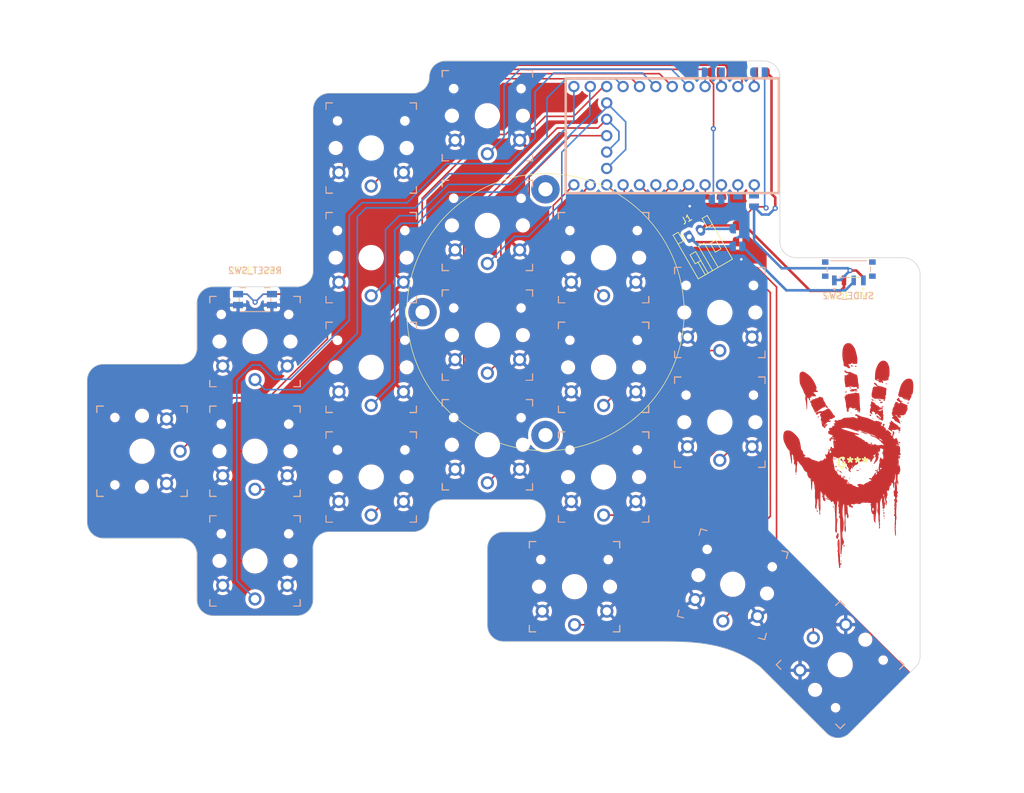
<source format=kicad_pcb>
(kicad_pcb (version 20241229) (generator "pcbnew") (generator_version "9.0")
  (layers (0 "F.Cu" signal) (2 "B.Cu" signal) (13 "F.Paste" user) (15 "B.Paste" user) (5 "F.SilkS" user "F.Silkscreen") (7 "B.SilkS" user "B.Silkscreen") (1 "F.Mask" user) (3 "B.Mask" user) (25 "Edge.Cuts" user))
  (net 0 "")
  (net 1 "Net-(J1-Pin_1)")
  (net 2 "GND")
  (net 3 "BATIN")
  (net 4 "Net-(JP1-B)")
  (net 5 "P1")
  (net 6 "Net-(JP4-B)")
  (net 7 "RESET")
  (net 8 "Net-(JP5-B)")
  (net 9 "Net-(JP7-B)")
  (net 10 "Net-(JP8-B)")
  (net 11 "Net-(JP11-B)")
  (net 12 "Net-(JP12-B)")
  (net 13 "Net-(JP14-B)")
  (net 15 "P12")
  (net 16 "P14")
  (net 17 "P9")
  (net 18 "P19")
  (net 19 "P5")
  (net 20 "P31")
  (net 21 "P10")
  (net 22 "P13")
  (net 23 "P6")
  (net 24 "P16")
  (net 25 "P7")
  (net 26 "P33")
  (net 27 "P15")
  (net 28 "P32")
  (net 29 "P17")
  (net 30 "P8")
  (net 31 "P11")
  (net 32 "P18")
  (net 33 "P20")
  (net 34 "Net-(J1-Pin_2)")
  (net 35 "Net-(JP10-B)")
  (net 37 "Net-(JP3-B)")
  (footprint "footprints:SW_PG1350_reversible" (layer "F.Cu") (at 82 96)
    (property "Reference" "SW3")
    (property "Value" "SW_Push" (hide yes))
  )
  (footprint "footprints:SW_PG1350_reversible" (layer "F.Cu") (at 100 66)
    (property "Reference" "SW1")
    (property "Value" "SW_Push" (hide yes))
  )
  (footprint "footprints:SW_PG1350_reversible" (layer "F.Cu") (at 100 100)
    (property "Reference" "SW10")
    (property "Value" "SW_Push" (hide yes))
  )
  (footprint "footprints:SplitkbTentingPuck" (layer "F.Cu") (at 127 91.45)
    (property "Reference" "REF**" (hide yes))
    (property "Value" "Tenting Puck" (hide yes))
  )
  (footprint "footprints:Jumper_Open_0.8mm" (layer "F.Cu") (at 159.35 73.93 90)
    (property "Reference" "JP9" (hide yes))
    (property "Value" "Jumper_2_Open" (hide yes))
  )
  (footprint "footprints:SW_PG1350_reversible" (layer "F.Cu") (at 154 91.5)
    (property "Reference" "SW7")
    (property "Value" "SW_Push" (hide yes))
  )
  (footprint "footprints:SW_PG1350_reversible" (layer "F.Cu") (at 154 108.5)
    (property "Reference" "SW13")
    (property "Value" "SW_Push" (hide yes))
  )
  (footprint "footprints:handprint" (layer "F.Cu") (at 174.59 114.82)
    (property "Reference" "G***")
    (property "Value" "LOGO" (hide yes))
  )
  (footprint "footprints:SW_PG1350_reversible" (layer "F.Cu") (at 136 83)
    (property "Reference" "SW6")
    (property "Value" "SW_Push" (hide yes))
  )
  (footprint "footprints:SW_PG1350_reversible" (layer "F.Cu") (at 118 78)
    (property "Reference" "SW5")
    (property "Value" "SW_Push" (hide yes))
  )
  (footprint "footprints:Jumper_Open_0.5mm" (layer "F.Cu") (at 157.25 80.5)
    (property "Reference" "JP16" (hide yes))
    (property "Value" "Jumper_2_Open" (hide yes))
  )
  (footprint "footprints:nice_nano" (layer "F.Cu") (at 145.37 64.09 180)
    (property "Reference" "U1" (hide yes))
    (property "Value" "nice_nano" (hide yes))
  )
  (footprint "footprints:Panasonic_EVQPUL_EVQPUC" (layer "F.Cu") (at 82 89.5)
    (property "Reference" "RESET_SW1")
    (property "Value" "SW_Push")
  )
  (footprint "footprints:SW_PG1350_reversible" (layer "F.Cu") (at 136 117)
    (property "Reference" "SW17")
    (property "Value" "SW_Push" (hide yes))
  )
  (footprint "footprints:Jumper_Open_0.5mm" (layer "F.Cu") (at 157.25 78)
    (property "Reference" "JP10" (hide yes))
    (property "Value" "Jumper_2_Open" (hide yes))
  )
  (footprint "footprints:Jumper_Open_0.5mm" (layer "F.Cu") (at 153.28 54.25)
    (property "Reference" "JP5" (hide yes))
    (property "Value" "Jumper_2_Open" (hide yes))
  )
  (footprint "footprints:SW_PG1350_reversible" (layer "F.Cu") (at 136 100)
    (property "Reference" "SW12")
    (property "Value" "SW_Push" (hide yes))
  )
  (footprint "footprints:Jumper_Open_0.5mm" (layer "F.Cu") (at 156.69 54.25)
    (property "Reference" "JP4" (hide yes))
    (property "Value" "Jumper_2_Open" (hide yes))
  )
  (footprint "footprints:SW_PG1350_reversible" (layer "F.Cu") (at 82 113)
    (property "Reference" "SW9")
    (property "Value" "SW_Push" (hide yes))
  )
  (footprint "footprints:SW_PG1350_reversible" (layer "F.Cu") (at 100 117)
    (property "Reference" "SW15")
    (property "Value" "SW_Push" (hide yes))
  )
  (footprint "footprints:SW_SSSS811101" (layer "F.Cu") (at 173.99 84.77 180)
    (property "Reference" "SLIDE_SW1")
    (property "Value" "SW_SPDT")
  )
  (footprint "footprints:SW_PG1350_reversible" (layer "F.Cu") (at 82 130)
    (property "Reference" "SW14")
    (property "Value" "SW_Push" (hide yes))
  )
  (footprint "footprints:Jumper_Open_0.5mm" (layer "F.Cu") (at 154.27 74.26 90)
    (property "Reference" "JP13" (hide yes))
    (property "Value" "Jumper_2_Open" (hide yes))
  )
  (footprint "footprints:SW_PG1350_reversible" (layer "F.Cu") (at 156 133.623577 -15)
    (property "Reference" "SW19")
    (property "Value" "SW_Push" (hide yes))
  )
  (footprint "footprints:SW_PG1350_reversible" (layer "F.Cu") (at 118 95)
    (property "Reference" "SW11")
    (property "Value" "SW_Push" (hide yes))
  )
  (footprint "footprints:SW_PG1350_reversible" (layer "F.Cu") (at 100 83)
    (property "Reference" "SW4")
    (property "Value" "SW_Push" (hide yes))
  )
  (footprint "footprints:Jumper_Open_0.8mm" (layer "F.Cu") (at 160.04 54.21 180)
    (property "Reference" "JP1" (hide yes))
    (property "Value" "Jumper_2_Open" (hide yes))
  )
  (footprint "footprints:SW_PG1350_reversible" (layer "F.Cu") (at 118 61)
    (property "Reference" "SW2")
    (property "Value" "SW_Push" (hide yes))
  )
  (footprint "footprints:SW_PG1350_reversible" (layer "F.Cu") (at 172.65254 146.101472 -135)
    (property "Reference" "SW20")
    (property "Value" "SW_Push" (hide yes))
  )
  (footprint "footprints:SW_PG1350_reversible_1.5U" (layer "F.Cu") (at 64.5 113 90)
    (property "Reference" "SW8")
    (property "Value" "SW_Push")
  )
  (footprint "Connector_JST:JST_PH_S2B-PH-K_1x02_P2.00mm_Horizontal" (layer "F.Cu") (at 149.26795 79.75 30)
    (property "Reference" "J1")
    (property "Value" "JST connector" (hide yes))
  )
  (footprint "footprints:SW_PG1350_reversible" (layer "F.Cu") (at 118 112)
    (property "Reference" "SW16")
    (property "Value" "SW_Push" (hide yes))
  )
  (footprint "footprints:Jumper_Open_0.5mm" (layer "F.Cu") (at 151.76 74.25 90)
    (property "Reference" "JP14" (hide yes))
    (property "Value" "Jumper_2_Open" (hide yes))
  )
  (footprint "footprints:SW_PG1350_reversible_1.5U" (layer "F.Cu") (at 131.5 134)
    (property "Reference" "SW18")
    (property "Value" "SW_Push")
  )
  (footprint "footprints:Jumper_Open_0.8mm" (layer "B.Cu") (at 159.8 54.3 180)
    (property "Reference" "JP2" (hide yes))
    (property "Value" "Jumper_2_Open" (hide yes))
  )
  (footprint "footprints:Jumper_Open_0.8mm" (layer "B.Cu") (at 159.26 73.93 90)
    (property "Reference" "JP8" (hide yes))
    (property "Value" "Jumper_2_Open" (hide yes))
  )
  (footprint "footprints:Jumper_Open_0.5mm" (layer "B.Cu") (at 155.03 54.26 180)
    (property "Reference" "JP6" (hide yes))
    (property "Value" "Jumper_2_Open" (hide yes))
  )
  (footprint "footprints:Jumper_Open_0.5mm" (layer "B.Cu") (at 150.96 54.26)
    (property "Reference" "JP7" (hide yes))
    (property "Value" "Jumper_2_Open" (hide yes))
  )
  (footprint "footprints:Jumper_Open_0.5mm" (layer "B.Cu") (at 153.5 73.98)
    (property "Reference" "JP12" (hide yes))
    (property "Value" "Jumper_2_Open" (hide yes))
  )
  (footprint "footprints:Jumper_Open_0.5mm" (layer "B.Cu") (at 156.79 74.23 90)
    (property "Reference" "JP11" (hide yes))
    (property "Value" "Jumper_2_Open" (hide yes))
  )
  (footprint "footprints:SW_SSSS811101" (layer "B.Cu") (at 173.99 84.78)
    (property "Reference" "SLIDE_SW2")
    (property "Value" "SW_SPDT")
  )
  (footprint "footprints:Panasonic_EVQPUL_EVQPUC" (layer "B.Cu") (at 82 89.5 180)
    (property "Reference" "RESET_SW2")
    (property "Value" "SW_Push")
  )
  (footprint "footprints:Jumper_Open_0.5mm" (layer "B.Cu") (at 156.75 78.5)
    (property "Reference" "JP15" (hide yes))
    (property "Value" "Jumper_2_Open" (hide yes))
  )
  (footprint "footprints:Jumper_Open_0.5mm" (layer "B.Cu") (at 156.75 81.25)
    (property "Reference" "JP3" (hide yes))
    (property "Value" "Jumper_2_Open" (hide yes))
  )
  (gr_arc (start 118 128) (mid 118.732233 126.232233) (end 120.5 125.5) (stroke (width 0.1)) (layer "Edge.Cuts"))
  (gr_line (start 170.534466 156.71) (end 160.27 146.45) (stroke (width 0.1)) (layer "Edge.Cuts"))
  (gr_line (start 163.3 55) (end 163.31 80.5) (stroke (width 0.1)) (layer "Edge.Cuts"))
  (gr_line (start 174.07 156.709999) (end 184.19 146.59) (stroke (width 0.1)) (layer "Edge.Cuts"))
  (gr_line (start 70.5 126.5) (end 58.5 126.5) (stroke (width 0.1)) (layer "Edge.Cuts"))
  (gr_arc (start 91 60) (mid 91.732233 58.232233) (end 93.5 57.5) (stroke (width 0.1)) (layer "Edge.Cuts"))
  (gr_line (start 56 124) (end 56 102) (stroke (width 0.1)) (layer "Edge.Cuts"))
  (gr_arc (start 91 136) (mid 90.267767 137.767767) (end 88.5 138.5) (stroke (width 0.1)) (layer "Edge.Cuts"))
  (gr_line (start 93.5 57.5) (end 106.5 57.5) (stroke (width 0.1)) (layer "Edge.Cuts"))
  (gr_arc (start 109 123) (mid 108.267767 124.767767) (end 106.5 125.5) (stroke (width 0.1)) (layer "Edge.Cuts"))
  (gr_line (start 118 128) (end 118 140) (stroke (width 0.1)) (layer "Edge.Cuts"))
  (gr_arc (start 91 128) (mid 91.732233 126.232233) (end 93.5 125.5) (stroke (width 0.1)) (layer "Edge.Cuts"))
  (gr_arc (start 75.5 138.5) (mid 73.732233 137.767767) (end 73 136) (stroke (width 0.1)) (layer "Edge.Cuts"))
  (gr_arc (start 120.5 142.5) (mid 118.732233 141.767767) (end 118 140) (stroke (width 0.1)) (layer "Edge.Cuts"))
  (gr_line (start 124.5 125.5) (end 120.5 125.5) (stroke (width 0.1)) (layer "Edge.Cuts"))
  (gr_line (start 91 85) (end 91 60) (stroke (width 0.1)) (layer "Edge.Cuts"))
  (gr_arc (start 109 55) (mid 109.732233 53.232233) (end 111.5 52.5) (stroke (width 0.1)) (layer "Edge.Cuts"))
  (gr_arc (start 185.0305 144.72) (mid 184.810716 145.745102) (end 184.19 146.59) (stroke (width 0.1)) (layer "Edge.Cuts"))
  (gr_line (start 111.5 52.5) (end 160.8 52.5) (stroke (width 0.1)) (layer "Edge.Cuts"))
  (gr_line (start 75.5 87.5) (end 88.5 87.5) (stroke (width 0.1)) (layer "Edge.Cuts"))
  (gr_arc (start 56 102) (mid 56.732233 100.232233) (end 58.5 99.5) (stroke (width 0.1)) (layer "Edge.Cuts"))
  (gr_line (start 73 136) (end 73 129) (stroke (width 0.1)) (layer "Edge.Cuts"))
  (gr_arc (start 109 123) (mid 109.732233 121.232233) (end 111.5 120.5) (stroke (width 0.1)) (layer "Edge.Cuts"))
  (gr_arc (start 174.07 156.71) (mid 172.302233 157.442233) (end 170.534466 156.71) (stroke (width 0.1)) (layer "Edge.Cuts"))
  (gr_arc (start 160.8 52.5) (mid 162.567767 53.232233) (end 163.3 55) (stroke (width 0.1)) (layer "Edge.Cuts"))
  (gr_arc (start 127 123) (mid 126.267767 124.767767) (end 124.5 125.5) (stroke (width 0.1)) (layer "Edge.Cuts"))
  (gr_arc (start 91 85) (mid 90.267767 86.767767) (end 88.5 87.5) (stroke (width 0.1)) (layer "Edge.Cuts"))
  (gr_line (start 93.5 125.5) (end 106.5 125.5) (stroke (width 0.1)) (layer "Edge.Cuts"))
  (gr_arc (start 182.348664 83) (mid 184.243351 83.771538) (end 185.03 85.66) (stroke (width 0.1)) (layer "Edge.Cuts"))
  (gr_line (start 88.5 138.500081) (end 75.5 138.5) (stroke (width 0.1)) (layer "Edge.Cuts"))
  (gr_arc (start 124.5 120.5) (mid 126.267767 121.232233) (end 127 123) (stroke (width 0.1)) (layer "Edge.Cuts"))
  (gr_arc (start 73 90) (mid 73.732233 88.232233) (end 75.5 87.5) (stroke (width 0.1)) (layer "Edge.Cuts"))
  (gr_arc (start 165.81 83) (mid 164.042233 82.267767) (end 163.31 80.5) (stroke (width 0.1)) (layer "Edge.Cuts"))
  (gr_line (start 91 136) (end 91 128) (stroke (width 0.1)) (layer "Edge.Cuts"))
  (gr_arc (start 58.5 126.5) (mid 56.732233 125.767767) (end 56 124) (stroke (width 0.1)) (layer "Edge.Cuts"))
  (gr_line (start 58.5 99.5) (end 70.5 99.5) (stroke (width 0.1)) (layer "Edge.Cuts"))
  (gr_curve (pts (xy 145 142.5) (xy 149.74 142.5) (xy 155.57 142.62) (xy 160.27 146.45)) (stroke (width 0.1)) (layer "Edge.Cuts"))
  (gr_arc (start 109 55) (mid 108.267767 56.767767) (end 106.5 57.5) (stroke (width 0.1)) (layer "Edge.Cuts"))
  (gr_arc (start 70.5 126.5) (mid 72.267767 127.232233) (end 73 129) (stroke (width 0.1)) (layer "Edge.Cuts"))
  (gr_line (start 111.5 120.5) (end 124.5 120.5) (stroke (width 0.1)) (layer "Edge.Cuts"))
  (gr_arc (start 73 97) (mid 72.267767 98.767767) (end 70.5 99.5) (stroke (width 0.1)) (layer "Edge.Cuts"))
  (gr_line (start 73 97) (end 73 90) (stroke (width 0.1)) (layer "Edge.Cuts"))
  (gr_line (start 165.81 83) (end 182.348664 83) (stroke (width 0.1)) (layer "Edge.Cuts"))
  (gr_line (start 120.5 142.5) (end 145 142.5) (stroke (width 0.1)) (layer "Edge.Cuts"))
  (gr_line (start 185.0305 144.72) (end 185.03 85.66) (stroke (width 0.1)) (layer "Edge.Cuts"))
  (segment (start 149.26795 79.75) (end 150.11795 80.6) (width 0.4) (layer "F.Cu") (net 1))
  (segment (start 156.4 80.6) (end 156.5 80.5) (width 0.25) (layer "F.Cu") (net 1))
  (segment (start 150.11795 80.6) (end 156.4 80.6) (width 0.4) (layer "F.Cu") (net 1))
  (segment (start 150.76795 81.25) (end 156 81.25) (width 0.4) (layer "B.Cu") (net 1))
  (segment (start 149.26795 79.75) (end 150.76795 81.25) (width 0.4) (layer "B.Cu") (net 1))
  (segment (start 79.48 90.35) (end 79.5 90.37) (width 0.25) (layer "F.Cu") (net 2))
  (segment (start 95.7269 69.0731) (end 95 69.8) (width 0.25) (layer "F.Cu") (net 2))
  (segment (start 154.899 53.169) (end 113.061 53.169) (width 0.25) (layer "F.Cu") (net 2))
  (segment (start 113.061 53.169) (end 106.92 59.31) (width 0.25) (layer "F.Cu") (net 2))
  (segment (start 79.5 90.37) (end 79.52 90.35) (width 0.25) (layer "F.Cu") (net 2))
  (segment (start 157.39 83.2) (end 157.33 83.26) (width 0.25) (layer "F.Cu") (net 2))
  (segment (start 155.95 54.22) (end 154.899 53.169) (width 0.25) (layer "F.Cu") (net 2))
  (segment (start 155.94 54.23) (end 155.95 54.22) (width 0.25) (layer "F.Cu") (net 2))
  (segment (start 79.375 90.35) (end 79.48 90.35) (width 0.25) (layer "F.Cu") (net 2))
  (segment (start 155.94 54.25) (end 155.94 54.23) (width 0.25) (layer "F.Cu") (net 2))
  (segment (start 95.7269 65.491801) (end 95.7269 69.0731) (width 0.25) (layer "F.Cu") (net 2))
  (segment (start 106.92 59.31) (end 101.908701 59.31) (width 0.25) (layer "F.Cu") (net 2))
  (segment (start 101.908701 59.31) (end 95.7269 65.491801) (width 0.25) (layer "F.Cu") (net 2))
  (via (at 157.33 83.26) (size 0.8) (drill 0.4) (layers "F.Cu" "B.Cu") (net 2))
  (via (at 149.34 75.02) (size 0.8) (drill 0.4) (layers "F.Cu" "B.Cu") (net 2))
  (segment (start 113.7269 64.0731) (end 113 64.8) (width 0.25) (layer "B.Cu") (net 2))
  (segment (start 175.15 84.99) (end 176.16 86) (width 0.4) (layer "F.Cu") (net 3))
  (segment (start 162.01 73.1) (end 162.01 55.04) (width 0.4) (layer "F.Cu") (net 3))
  (segment (start 162.59 73.68) (end 162.01 73.1) (width 0.4) (layer "F.Cu") (net 3))
  (segment (start 162.58 75.34) (end 162.59 75.33) (width 0.25) (layer "F.Cu") (net 3))
  (segment (start 162.01 55.04) (end 161.23 54.26) (width 0.4) (layer "F.Cu") (net 3))
  (segment (start 174.18 84.99) (end 175.15 84.99) (width 0.4) (layer "F.Cu") (net 3))
  (segment (start 162.58 75.34) (end 162.58 75.52328) (width 0.25) (layer "F.Cu") (net 3))
  (segment (start 162.58 75.52328) (end 162.613313 75.556593) (width 0.25) (layer "F.Cu") (net 3))
  (segment (start 162.59 75.33) (end 162.59 73.68) (width 0.4) (layer "F.Cu") (net 3))
  (via (at 174.18 84.99) (size 0.8) (drill 0.4) (layers "F.Cu" "B.Cu") (net 3))
  (via (at 162.58 75.34) (size 0.8) (drill 0.4) (layers "F.Cu" "B.Cu") (net 3))
  (segment (start 162.58 75.547644) (end 162.677191 75.644835) (width 0.25) (layer "B.Cu") (net 3))
  (segment (start 159.31 75.12) (end 159.31 80.36) (width 0.4) (layer "B.Cu") (net 3))
  (segment (start 172.71 86.46) (end 174.18 84.99) (width 0.4) (layer "B.Cu") (net 3))
  (segment (start 174.14 84.95) (end 174.18 84.99) (width 0.25) (layer "B.Cu") (net 3))
  (segment (start 172.04 86.46) (end 172.71 86.46) (width 0.4) (layer "B.Cu") (net 3))
  (segment (start 160.5 76.31) (end 161.61 76.31) (width 0.4) (layer "B.Cu") (net 3))
  (segment (start 159.746013 75.481013) (end 159.385 75.12) (width 0.25) (layer "B.Cu") (net 3))
  (segment (start 173.83 84.64) (end 174.14 84.95) (width 0.4) (layer "B.Cu") (net 3))
  (segment (start 159.31 80.36) (end 163.59 84.64) (width 0.4) (layer "B.Cu") (net 3))
  (segment (start 171.75 86.75) (end 172.04 86.46) (width 0.4) (layer "B.Cu") (net 3))
  (segment (start 159.385 75.12) (end 159.31 75.12) (width 0.25) (layer "B.Cu") (net 3))
  (segment (start 162.58 75.34) (end 162.58 75.547644) (width 0.25) (layer "B.Cu") (net 3))
  (segment (start 161.61 76.31) (end 162.58 75.34) (width 0.4) (layer "B.Cu") (net 3))
  (segment (start 159.31 75.12) (end 160.5 76.31) (width 0.4) (layer "B.Cu") (net 3))
  (segment (start 163.59 84.64) (end 173.83 84.64) (width 0.4) (layer "B.Cu") (net 3))
  (segment (start 159.34 56.47) (end 159.34 54.35) (width 0.25) (layer "F.Cu") (net 4))
  (segment (start 159.34 54.35) (end 159.43 54.26) (width 0.25) (layer "F.Cu") (net 4))
  (segment (start 159.19 54.25) (end 159.19 56.32) (width 0.25) (layer "B.Cu") (net 4))
  (segment (start 159.19 56.32) (end 159.34 56.47) (width 0.25) (layer "B.Cu") (net 4))
  (segment (start 149.28 76.46) (end 157.96 76.46) (width 0.25) (layer "F.Cu") (net 5))
  (segment (start 147.74 78) (end 149.28 76.46) (width 0.25) (layer "F.Cu") (net 5))
  (segment (start 161.17 75.3) (end 161.17 75.503227) (width 0.25) (layer "F.Cu") (net 5))
  (segment (start 162.79 129.24) (end 162.79 87.54) (width 0.25) (layer "F.Cu") (net 5))
  (segment (start 168.48061 141.929542) (end 168.48061 134.93061) (width 0.25) (layer "F.Cu") (net 5))
  (segment (start 160.786773 75.12) (end 159.3 75.12) (width 0.25) (layer "F.Cu") (net 5))
  (segment (start 157.96 76.46) (end 159.3 75.12) (width 0.25) (layer "F.Cu") (net 5))
  (segment (start 162.79 87.54) (end 159.79 84.54) (width 0.25) (layer "F.Cu") (net 5))
  (segment (start 152.12 84.54) (end 147.74 80.16) (width 0.25) (layer "F.Cu") (net 5))
  (segment (start 168.48061 134.93061) (end 162.79 129.24) (width 0.25) (layer "F.Cu") (net 5))
  (segment (start 161.17 75.503227) (end 160.786773 75.12) (width 0.25) (layer "F.Cu") (net 5))
  (segment (start 159.79 84.54) (end 152.12 84.54) (width 0.25) (layer "F.Cu") (net 5))
  (segment (start 147.74 80.16) (end 147.74 78) (width 0.25) (layer "F.Cu") (net 5))
  (via (at 161.17 75.3) (size 0.8) (drill 0.4) (layers "F.Cu" "B.Cu") (net 5))
  (segment (start 160.95 53.62) (end 160.95 75.08) (width 0.25) (layer "B.Cu") (net 5))
  (segment (start 161.17 75.3) (end 161.373227 75.3) (width 0.25) (layer "B.Cu") (net 5))
  (segment (start 160.95 75.08) (end 161.17 75.3) (width 0.25) (layer "B.Cu") (net 5))
  (segment (start 157.44 55.83) (end 156.8 56.47) (width 0.25) (layer "F.Cu") (net 6))
  (segment (start 157.44 54.25) (end 157.44 55.83) (width 0.25) (layer "F.Cu") (net 6))
  (segment (start 83.27 88.65) (end 82.02 89.9) (width 0.25) (layer "F.Cu") (net 7))
  (segment (start 152.53 54.25) (end 152.09 53.81) (width 0.25) (layer "F.Cu") (net 7))
  (segment (start 80.77 88.65) (end 82.02 89.9) (width 0.25) (layer "F.Cu") (net 7))
  (segment (start 153.035 56.095) (end 153.035 62.985) (width 0.25) (layer "F.Cu") (net 7))
  (segment (start 79.375 88.65) (end 80.77 88.65) (width 0.25) (layer "F.Cu") (net 7))
  (segment (start 152.52 54.26) (end 152.52 55.569691) (width 0.25) (layer "F.Cu") (net 7))
  (segment (start 97.37 65.5) (end 97.37 69.91) (width 0.25) (layer "F.Cu") (net 7))
  (segment (start 153.035 62.985) (end 153.01 63.01) (width 0.25) (layer "F.Cu") (net 7))
  (segment (start 97.37 69.91) (end 92.01 75.27) (width 0.25) (layer "F.Cu") (net 7))
  (segment (start 152.53 54.25) (end 152.52 54.26) (width 0.25) (layer "F.Cu") (net 7))
  (segment (start 107.86 60.44) (end 102.43 60.44) (width 0.25) (layer "F.Cu") (net 7))
  (segment (start 152.09 53.81) (end 114.49 53.81) (width 0.25) (layer "F.Cu") (net 7))
  (segment (start 152.52 55.569691) (end 152.9223 55.971991) (width 0.25) (layer "F.Cu") (net 7))
  (segment (start 152.9223 55.971991) (end 152.9223 55.9823) (width 0.25) (layer "F.Cu") (net 7))
  (segment (start 152.9223 55.9823) (end 153.035 56.095) (width 0.25) (layer "F.Cu") (net 7))
  (segment (start 102.43 60.44) (end 97.37 65.5) (width 0.25) (layer "F.Cu") (net 7))
  (segment (start 114.49 53.81) (end 107.86 60.44) (width 0.25) (layer "F.Cu") (net 7))
  (segment (start 92.01 87.43) (end 90.79 88.65) (width 0.25) (layer "F.Cu") (net 7))
  (segment (start 84.625 88.65) (end 83.27 88.65) (width 0.25) (layer "F.Cu") (net 7))
  (segment (start 90.79 88.65) (end 84.625 88.65) (width 0.25) (layer "F.Cu") (net 7))
  (segment (start 92.01 75.27) (end 92.01 87.43) (width 0.25) (layer "F.Cu") (net 7))
  (via (at 153.01 63.01) (size 0.8) (drill 0.4) (layers "F.Cu" "B.Cu") (net 7))
  (via (at 82.02 89.9) (size 0.8) (drill 0.4) (layers "F.Cu" "B.Cu") (net 7))
  (segment (start 83.27 88.65) (end 82.02 89.9) (width 0.25) (layer "B.Cu") (net 7))
  (segment (start 84.625 88.65) (end 83.27 88.65) (width 0.25) (layer "B.Cu") (net 7))
  (segment (start 153.01 73.72) (end 153.01 63.01) (width 0.25) (layer "B.Cu") (net 7))
  (segment (start 152.75 73.98) (end 153.01 73.72) (width 0.25) (layer "B.Cu") (net 7))
  (segment (start 80.77 88.65) (end 82.02 89.9) (width 0.25) (layer "B.Cu") (net 7))
  (segment (start 79.375 88.65) (end 80.77 88.65) (width 0.25) (layer "B.Cu") (net 7))
  (segment (start 154.03 56.24) (end 154.26 56.47) (width 0.25) (layer "F.Cu") (net 8))
  (segment (start 154.03 54.25) (end 154.03 56.24) (width 0.25) (layer "F.Cu") (net 8))
  (segment (start 154.26 54.28) (end 154.28 54.26) (width 0.25) (layer "B.Cu") (net 8))
  (segment (start 154.26 56.47) (end 154.26 54.28) (width 0.25) (layer "B.Cu") (net 8))
  (segment (start 151.72 54.27) (end 151.71 54.26) (width 0.25) (layer "B.Cu") (net 9))
  (segment (start 151.72 56.47) (end 151.72 54.27) (width 0.25) (layer "B.Cu") (net 9))
  (segment (start 159.34 73.28) (end 159.3 73.32) (width 0.25) (layer "F.Cu") (net 10))
  (segment (start 159.34 71.71) (end 159.34 73.28) (width 0.25) (layer "F.Cu") (net 10))
  (segment (start 159.31 73.32) (end 159.31 71.74) (width 0.25) (layer "B.Cu") (net 10))
  (segment (start 159.31 71.74) (end 159.34 71.71) (width 0.25) (layer "B.Cu") (net 10))
  (segment (start 156.79 73.48) (end 156.79 71.72) (width 0.25) (layer "B.Cu") (net 11))
  (segment (start 156.79 71.72) (end 156.8 71.71) (width 0.25) (layer "B.Cu") (net 11))
  (segment (start 154.33 71.71) (end 154.27 71.77) (width 0.25) (layer "F.Cu") (net 12))
  (segment (start 154.27 71.77) (end 154.27 73.51) (width 0.25) (layer "F.Cu") (net 12))
  (segment (start 154.26 71.71) (end 154.33 71.71) (width 0.25) (layer "F.Cu") (net 12))
  (segment (start 154.25 71.72) (end 154.26 71.71) (width 0.25) (layer "B.Cu") (net 12))
  (segment (start 154.25 73.98) (end 154.25 71.72) (width 0.25) (layer "B.Cu") (net 12))
  (segment (start 151.76 71.83) (end 151.76 73.5) (width 0.25) (layer "F.Cu") (net 13))
  (segment (start 151.72 71.71) (end 151.72 71.79) (width 0.25) (layer "F.Cu") (net 13))
  (segment (start 151.72 71.79) (end 151.76 71.83) (width 0.25) (layer "F.Cu") (net 13))
  (segment (start 100 89.02) (end 100.03 89.05) (width 0.25) (layer "B.Cu") (net 15))
  (segment (start 104.36 76.5) (end 107.1 76.5) (width 0.25) (layer "B.Cu") (net 15))
  (segment (start 107.1 76.5) (end 111.95 71.65) (width 0.25) (layer "B.Cu") (net 15))
  (segment (start 121.46 71.65) (end 131.4 61.71) (width 0.25) (layer "B.Cu") (net 15))
  (segment (start 102.22 78.64) (end 104.36 76.5) (width 0.25) (layer "B.Cu") (net 15))
  (segment (start 111.95 71.65) (end 121.46 71.65) (width 0.25) (layer "B.Cu") (net 15))
  (segment (start 131.4 61.71) (end 131.4 56.47) (width 0.25) (layer "B.Cu") (net 15))
  (segment (start 100.03 89.05) (end 102.22 86.86) (width 0.25) (layer "B.Cu") (net 15))
  (segment (start 102.22 86.86) (end 102.22 78.64) (width 0.25) (layer "B.Cu") (net 15))
  (segment (start 100 88.9) (end 100 89.02) (width 0.25) (layer "B.Cu") (net 15))
  (segment (start 133.94 71.71) (end 133.0637 72.5863) (width 0.25) (layer "F.Cu") (net 16))
  (segment (start 133.0637 72.5863) (end 133.0637 85.9637) (width 0.25) (layer "F.Cu") (net 16))
  (segment (start 133.0637 85.9637) (end 136 88.9) (width 0.25) (layer "F.Cu") (net 16))
  (segment (start 130.899691 55.27) (end 130.901991 55.2677) (width 0.25) (layer "B.Cu") (net 17))
  (segment (start 133.439691 55.27) (end 133.441991 55.2677) (width 0.25) (layer "B.Cu") (net 17))
  (segment (start 133.441991 55.2677) (end 134.438009 55.2677) (width 0.25) (layer "B.Cu") (net 17))
  (segment (start 134.438009 55.2677) (end 134.440309 55.27) (width 0.25) (layer "B.Cu") (net 17))
  (segment (start 136.980309 55.27) (end 137.82 55.27) (width 0.25) (layer "B.Cu") (net 17))
  (segment (start 130.901991 55.2677) (end 131.898009 55.2677) (width 0.25) (layer "B.Cu") (net 17))
  (segment (start 97.85 94.73) (end 97.85 76.65) (width 0.25) (layer "B.Cu") (net 17))
  (segment (start 89.13 103.45) (end 97.85 94.73) (width 0.25) (layer "B.Cu") (net 17))
  (segment (start 136.978009 55.2677) (end 136.980309 55.27) (width 0.25) (layer "B.Cu") (net 17))
  (segment (start 83.55 103.45) (end 89.13 103.45) (width 0.25) (layer "B.Cu") (net 17))
  (segment (start 134.440309 55.27) (end 135.979691 55.27) (width 0.25) (layer "B.Cu") (net 17))
  (segment (start 97.85 76.65) (end 99.22 75.28) (width 0.25) (layer "B.Cu") (net 17))
  (segment (start 121.63 69.98) (end 127.24 64.37) (width 0.25) (layer "B.Cu") (net 17))
  (segment (start 99.22 75.28) (end 106.79 75.28) (width 0.25) (layer "B.Cu") (net 17))
  (segment (start 135.979691 55.27) (end 135.981991 55.2677) (width 0.25) (layer "B.Cu") (net 17))
  (segment (start 112.09 69.98) (end 121.63 69.98) (width 0.25) (layer "B.Cu") (net 17))
  (segment (start 130.2 55.27) (end 130.899691 55.27) (width 0.25) (layer "B.Cu") (net 17))
  (segment (start 135.981991 55.2677) (end 136.978009 55.2677) (width 0.25) (layer "B.Cu") (net 17))
  (segment (start 127.24 58.23) (end 130.2 55.27) (width 0.25) (layer "B.Cu") (net 17))
  (segment (start 82 101.9) (end 83.55 103.45) (width 0.25) (layer "B.Cu") (net 17))
  (segment (start 127.24 64.37) (end 127.24 58.23) (width 0.25) (layer "B.Cu") (net 17))
  (segment (start 131.900309 55.27) (end 133.439691 55.27) (width 0.25) (layer "B.Cu") (net 17))
  (segment (start 131.898009 55.2677) (end 131.900309 55.27) (width 0.25) (layer "B.Cu") (net 17))
  (segment (start 137.82 55.27) (end 139.02 56.47) (width 0.25) (layer "B.Cu") (net 17))
  (segment (start 106.79 75.28) (end 112.09 69.98) (width 0.25) (layer "B.Cu") (net 17))
  (segment (start 161.09 90.95) (end 161.09 116.24) (width 0.25) (layer "F.Cu") (net 18))
  (segment (start 145.68 81.49) (end 150.53 86.34) (width 0.25) (layer "F.Cu") (net 18))
  (segment (start 137.43 139.9) (end 131.5 139.9) (width 0.25) (layer "F.Cu") (net 18))
  (segment (start 161.09 116.24) (end 137.43 139.9) (width 0.25) (layer "F.Cu") (net 18))
  (segment (start 145.68 72.67) (end 145.68 81.49) (width 0.25) (layer "F.Cu") (net 18))
  (segment (start 156.48 86.34) (end 161.09 90.95) (width 0.25) (layer "F.Cu") (net 18))
  (segment (start 146.64 71.71) (end 145.68 72.67) (width 0.25) (layer "F.Cu") (net 18))
  (segment (start 150.53 86.34) (end 156.48 86.34) (width 0.25) (layer "F.Cu") (net 18))
  (segment (start 120.58 56.29) (end 120.58 64.32) (width 0.25) (layer "B.Cu") (net 19))
  (segment (start 123.11 53.76) (end 120.58 56.29) (width 0.25) (layer "B.Cu") (net 19))
  (segment (start 149.18 56.47) (end 146.47 53.76) (width 0.25) (layer "B.Cu") (net 19))
  (segment (start 120.58 64.32) (end 118 66.9) (width 0.25) (layer "B.Cu") (net 19))
  (segment (start 146.47 53.76) (end 123.11 53.76) (width 0.25) (layer "B.Cu") (net 19))
  (segment (start 136.48 59.7) (end 129.526 66.654) (width 0.25) (layer "B.Cu") (net 20))
  (segment (start 122.2 79.7) (end 118 83.9) (width 0.25) (layer "B.Cu") (net 20))
  (segment (start 139.42 66.23) (end 136.48 69.17) (width 0.25) (layer "B.Cu") (net 20))
  (segment (start 124.313875 79.7) (end 122.2 79.7) (width 0.25) (layer "B.Cu") (net 20))
  (segment (start 136.48 59.01) (end 136.48 59.7) (width 0.25) (layer "B.Cu") (net 20))
  (segment (start 136.48 59.01) (end 139.42 61.95) (width 0.25) (layer "B.Cu") (net 20))
  (segment (start 129.526 66.654) (end 129.526 74.487875) (width 0.25) (layer "B.Cu") (net 20))
  (segment (start 139.42 61.95) (end 139.42 66.23) (width 0.25) (layer "B.Cu") (net 20))
  (segment (start 129.526 74.487875) (end 124.313875 79.7) (width 0.25) (layer "B.Cu") (net 20))
  (segment (start 117.79 63.91) (end 120.81 63.91) (width 0.25) (layer "F.Cu") (net 21))
  (segment (start 107.9 87.318702) (end 107.9 73.8) (width 0.25) (layer "F.Cu") (net 21))
  (segment (start 121.7 63.02) (end 125.05 63.02) (width 0.25) (layer "F.Cu") (net 21))
  (segment (start 126.971 61.099) (end 131.361 61.099) (width 0.25) (layer "F.Cu") (net 21))
  (segment (start 92.5 103.99) (end 97.539351 98.950649) (width 0.25) (layer "F.Cu") (net 21))
  (segment (start 97.539351 98.950649) (end 97.539351 97.679351) (width 0.25) (layer "F.Cu") (net 21))
  (segment (start 125.05 63.02) (end 126.971 61.099) (width 0.25) (layer "F.Cu") (net 21))
  (segment (start 89.24 118.94) (end 92.5 115.68) (width 0.25) (layer "F.Cu") (net 21))
  (segment (start 135.99 56.47) (end 136.48 56.47) (width 0.25) (layer "F.Cu") (net 21))
  (segment (start 82 118.9) (end 82.07 118.9) (width 0.25) (layer "F.Cu") (net 21))
  (segment (start 120.81 63.91) (end 121.7 63.02) (width 0.25) (layer "F.Cu") (net 21))
  (segment (start 97.539351 97.679351) (end 107.9 87.318702) (width 0.25) (layer "F.Cu") (net 21))
  (segment (start 92.5 115.68) (end 92.5 103.99) (width 0.25) (layer "F.Cu") (net 21))
  (segment (start 131.361 61.099) (end 135.99 56.47) (width 0.25) (layer "F.Cu") (net 21))
  (segment (start 107.9 73.8) (end 117.79 63.91) (width 0.25) (layer "F.Cu") (net 21))
  (segment (start 82.07 118.9) (end 82.11 118.94) (width 0.25) (layer "F.Cu") (net 21))
  (segment (start 82.11 118.94) (end 89.24 118.94) (width 0.25) (layer "F.Cu") (net 21))
  (segment (start 128.2 74.91) (end 128.2 104.54) (width 0.25) (layer "F.Cu") (net 22))
  (segment (start 128.2 104.54) (end 120.6 112.14) (width 0.25) (layer "F.Cu") (net 22))
  (segment (start 120.6 115.3) (end 118 117.9) (width 0.25) (layer "F.Cu") (net 22))
  (segment (start 131.4 71.71) (end 128.2 74.91) (width 0.25) (layer "F.Cu") (net 22))
  (segment (start 120.6 112.14) (end 120.6 115.3) (width 0.25) (layer "F.Cu") (net 22))
  (segment (start 109.34 61.47) (end 107.92 61.47) (width 0.25) (layer "F.Cu") (net 23))
  (segment (start 84.09 104.73) (end 78.67 104.73) (width 0.25) (layer "F.Cu") (net 23))
  (segment (start 144.65 54.48) (end 116.33 54.48) (width 0.25) (layer "F.Cu") (net 23))
  (segment (start 113.6513 57.1587) (end 113.6513 57.160904) (width 0.25) (layer "F.Cu") (net 23))
  (segment (start 93.22 95.6) (end 84.09 104.73) (width 0.25) (layer "F.Cu") (net 23))
  (segment (start 78.67 104.73) (end 70.4 113) (width 0.25) (layer "F.Cu") (net 23))
  (segment (start 116.33 54.48) (end 113.6513 57.1587) (width 0.25) (layer "F.Cu") (net 23))
  (segment (start 146.64 56.47) (end 144.65 54.48) (width 0.25) (layer "F.Cu") (net 23))
  (segment (start 113.140904 57.6713) (end 113.1387 57.6713) (width 0.25) (layer "F.Cu") (net 23))
  (segment (start 113.1387 57.6713) (end 109.34 61.47) (width 0.25) (layer "F.Cu") (net 23))
  (segment (start 113.6513 57.160904) (end 113.140904 57.6713) (width 0.25) (layer "F.Cu") (net 23))
  (segment (start 107.92 61.47) (end 93.22 76.17) (width 0.25) (layer "F.Cu") (net 23))
  (segment (start 93.22 76.17) (end 93.22 95.6) (width 0.25) (layer "F.Cu") (net 23))
  (segment (start 147.68 97.4) (end 139.19 88.91) (width 0.25) (layer "F.Cu") (net 24))
  (segment (start 139.19 71.88) (end 139.02 71.71) (width 0.25) (layer "F.Cu") (net 24))
  (segment (start 139.19 88.91) (end 139.19 71.88) (width 0.25) (layer "F.Cu") (net 24))
  (segment (start 154 97.4) (end 147.68 97.4) (width 0.25) (layer "F.Cu") (net 24))
  (segment (start 84.92 101.85) (end 87.48 101.85) (width 0.25) (layer "B.Cu") (net 25))
  (segment (start 79.18 133.08) (end 79.18 102.03) (width 0.25) (layer "B.Cu") (net 25))
  (segment (start 111.63 68.43) (end 121.43 68.43) (width 0.25) (layer "B.Cu") (net 25))
  (segment (start 98.571 74.489) (end 105.571 74.489) (width 0.25) (layer "B.Cu") (net 25))
  (segment (start 79.18 102.03) (end 81.57 99.64) (width 0.25) (layer "B.Cu") (net 25))
  (segment (start 125.39 57.26) (end 128.27 54.38) (width 0.25) (layer "B.Cu") (net 25))
  (segment (start 96.6 92.73) (end 96.6 76.46) (width 0.25) (layer "B.Cu") (net 25))
  (segment (start 125.39 64.47) (end 125.39 57.26) (width 0.25) (layer "B.Cu") (net 25))
  (segment (start 121.43 68.43) (end 125.39 64.47) (width 0.25) (layer "B.Cu") (net 25))
  (segment (start 87.48 101.85) (end 96.6 92.73) (width 0.25) (layer "B.Cu") (net 25))
  (segment (start 81.57 99.64) (end 82.71 99.64) (width 0.25) (layer "B.Cu") (net 25))
  (segment (start 82 135.9) (end 79.18 133.08) (width 0.25) (layer "B.Cu") (net 25))
  (segment (start 105.571 74.489) (end 111.63 68.43) (width 0.25) (layer "B.Cu") (net 25))
  (segment (start 82.71 99.64) (end 84.92 101.85) (width 0.25) (layer "B.Cu") (net 25))
  (segment (start 96.6 76.46) (end 98.571 74.489) (width 0.25) (layer "B.Cu") (net 25))
  (segment (start 128.27 54.38) (end 142.01 54.38) (width 0.25) (layer "B.Cu") (net 25))
  (segment (start 142.01 54.38) (end 144.1 56.47) (width 0.25) (layer "B.Cu") (net 25))
  (segment (start 124.474 70.486) (end 124.474 75.290901) (width 0.25) (layer "F.Cu") (net 26))
  (segment (start 136.48 64.09) (end 130.87 64.09) (width 0.25) (layer "F.Cu") (net 26))
  (segment (start 130.87 64.09) (end 124.474 70.486) (width 0.25) (layer "F.Cu") (net 26))
  (segment (start 120.0905 98.8095) (end 118 100.9) (width 0.25) (layer "F.Cu") (net 26))
  (segment (start 124.474 75.290901) (end 120.0905 79.674401) (width 0.25) (layer "F.Cu") (net 26))
  (segment (start 120.0905 79.674401) (end 120.0905 98.8095) (width 0.25) (layer "F.Cu") (net 26))
  (segment (start 138.11 73.34) (end 138.11 103.79) (width 0.25) (layer "F.Cu") (net 27))
  (segment (start 136.48 71.71) (end 138.11 73.34) (width 0.25) (layer "F.Cu") (net 27))
  (segment (start 138.11 103.79) (end 136 105.9) (width 0.25) (layer "F.Cu") (net 27))
  (segment (start 114.342 77.378) (end 114.342 105.005796) (width 0.25) (layer "F.Cu") (net 28))
  (segment (start 102.0905 120.8095) (end 100 122.9) (width 0.25) (layer "F.Cu") (net 28))
  (segment (start 135.13 62.9) (end 128.82 62.9) (width 0.25) (layer "F.Cu") (net 28))
  (segment (start 102.0905 117.257296) (end 102.0905 120.8095) (width 0.25) (layer "F.Cu") (net 28))
  (segment (start 128.82 62.9) (end 114.342 77.378) (width 0.25) (layer "F.Cu") (net 28))
  (segment (start 114.342 105.005796) (end 102.0905 117.257296) (width 0.25) (layer "F.Cu") (net 28))
  (segment (start 136.48 61.55) (end 135.13 62.9) (width 0.25) (layer "F.Cu") (net 28))
  (segment (start 138.37 63.44) (end 138.37 64.74) (width 0.25) (layer "B.Cu") (net 28))
  (segment (start 136.48 61.55) (end 138.37 63.44) (width 0.25) (layer "B.Cu") (net 28))
  (segment (start 138.37 64.74) (end 136.48 66.63) (width 0.25) (layer "B.Cu") (net 28))
  (segment (start 141.5 71.71) (end 141.44 71.77) (width 0.25) (layer "F.Cu") (net 29))
  (segment (start 142.83 72.98) (end 142.83 83.69) (width 0.25) (layer "F.Cu") (net 29))
  (segment (start 141.56 71.71) (end 142.83 72.98) (width 0.25) (layer "F.Cu") (net 29))
  (segment (start 141.56 71.71) (end 141.5 71.71) (width 0.25) (layer "F.Cu") (net 29))
  (segment (start 142.83 83.69) (end 156.0905 96.9505) (width 0.25) (layer "F.Cu") (net 29))
  (segment (start 143.364901 122.9) (end 136 122.9) (width 0.25) (layer "F.Cu") (net 29))
  (segment (start 156.0905 110.174401) (end 143.364901 122.9) (width 0.25) (layer "F.Cu") (net 29))
  (segment (start 156.0905 96.9505) (end 156.0905 110.174401) (width 0.25) (layer "F.Cu") (net 29))
  (segment (start 104.262 67.638) (end 100 71.9) (width 0.25) (layer "F.Cu") (net 30))
  (segment (start 141.56 56.47) (end 140.3577 55.2677) (width 0.25) (layer "F.Cu") (net 30))
  (segment (start 120.0523 55.2677) (end 107.682 67.638) (width 0.25) (layer "F.Cu") (net 30))
  (segment (start 107.682 67.638) (end 104.262 67.638) (width 0.25) (layer "F.Cu") (net 30))
  (segment (start 140.3577 55.2677) (end 120.0523 55.2677) (width 0.25) (layer "F.Cu") (net 30))
  (segment (start 103.658 78.712) (end 103.658 102.242) (width 0.25) (layer "B.Cu") (net 31))
  (segment (start 133.86 60.91) (end 121.94 72.83) (width 0.25) (layer "B.Cu") (net 31))
  (segment (start 133.94 56.47) (end 133.86 56.55) (width 0.25) (layer "B.Cu") (net 31))
  (segment (start 104.72 77.65) (end 103.658 78.712) (width 0.25) (layer "B.Cu") (net 31))
  (segment (start 107.18 77.65) (end 104.72 77.65) (width 0.25) (layer "B.Cu") (net 31))
  (segment (start 103.658 102.242) (end 100 105.9) (width 0.25) (layer "B.Cu") (net 31))
  (segment (start 112 72.83) (end 107.18 77.65) (width 0.25) (layer "B.Cu") (net 31))
  (segment (start 133.86 56.55) (end 133.86 60.91) (width 0.25) (layer "B.Cu") (net 31))
  (segment (start 121.94 72.83) (end 112 72.83) (width 0.25) (layer "B.Cu") (net 31))
  (segment (start 156.78 111.62) (end 154 114.4) (width 0.25) (layer "F.Cu") (net 32))
  (segment (start 144.02 81.24) (end 150.2 87.42) (width 0.25) (layer "F.Cu") (net 32))
  (segment (start 156.78 90.28) (end 156.78 111.62) (width 0.25) (layer "F.Cu") (net 32))
  (segment (start 144.1 71.71) (end 144.04 71.71) (width 0.25) (layer "F.Cu") (net 32))
  (segment (start 150.2 87.42) (end 153.92 87.42) (width 0.25) (layer "F.Cu") (net 32))
  (segment (start 153.92 87.42) (end 156.78 90.28) (width 0.25) (layer "F.Cu") (net 32))
  (segment (start 144.04 71.71) (end 144.02 71.73) (width 0.25) (layer "F.Cu") (net 32))
  (segment (start 144.02 71.73) (end 144.02 81.24) (width 0.25) (layer "F.Cu") (net 32))
  (segment (start 161.83 88.42) (end 161.83 123.07) (width 0.25) (layer "F.Cu") (net 33))
  (segment (start 154.472968 139.157032) (end 154.472968 139.322539) (width 0.25) (layer "F.Cu") (net 33))
  (segment (start 161.83 123.07) (end 160.03 124.87) (width 0.25) (layer "F.Cu") (net 33))
  (segment (start 158.89 85.48) (end 161.83 88.42) (width 0.25) (layer "F.Cu") (net 33))
  (segment (start 150.89219 85.48) (end 158.89 85.48) (width 0.25) (layer "F.Cu") (net 33))
  (segment (start 160.03 124.87) (end 160.03 133.6) (width 0.25) (layer "F.Cu") (net 33))
  (segment (start 160.03 133.6) (end 154.472968 139.157032) (width 0.25) (layer "F.Cu") (net 33))
  (segment (start 146.76 74.13) (end 146.76 81.34781) (width 0.25) (layer "F.Cu") (net 33))
  (segment (start 149.18 71.71) (end 146.76 74.13) (width 0.25) (layer "F.Cu") (net 33))
  (segment (start 146.76 81.34781) (end 150.89219 85.48) (width 0.25) (layer "F.Cu") (net 33))
  (segment (start 151 78.750001) (end 151.740001 78.01) (width 0.4) (layer "F.Cu") (net 34))
  (segment (start 151.740001 78.01) (end 156.49 78.01) (width 0.4) (layer "F.Cu") (net 34))
  (segment (start 156.49 78.01) (end 156.5 78) (width 0.25) (layer "F.Cu") (net 34))
  (segment (start 156 78.5) (end 155.97 78.53) (width 0.4) (layer "B.Cu") (net 34))
  (segment (start 151.220001 78.53) (end 151 78.750001) (width 0.4) (layer "B.Cu") (net 34))
  (segment (start 155.749999 78.750001) (end 156 78.5) (width 0.25) (layer "B.Cu") (net 34))
  (segment (start 155.97 78.53) (end 151.220001 78.53) (width 0.4) (layer "B.Cu") (net 34))
  (segment (start 168 88.13) (end 172.7 88.13) (width 0.4) (layer "F.Cu") (net 35))
  (segment (start 172.7 88.13) (end 173.25 87.58) (width 0.4) (layer "F.Cu") (net 35))
  (segment (start 173.25 87.58) (end 173.25 86.75) (width 0.4) (layer "F.Cu") (net 35))
  (segment (start 158 78.13) (end 168 88.13) (width 0.4) (layer "F.Cu") (net 35))
  (segment (start 173.25 86.95) (end 173.29 86.99) (width 0.25) (layer "F.Cu") (net 35))
  (segment (start 158 78) (end 158 78.13) (width 0.25) (layer "F.Cu") (net 35))
  (segment (start 173.44 88.06) (end 174.75 86.75) (width 0.4) (layer "B.Cu") (net 37))
  (segment (start 157.5 81.25) (end 164.31 88.06) (width 0.4) (layer "B.Cu") (net 37))
  (segment (start 164.31 88.06) (end 173.44 88.06) (width 0.4) (layer "B.Cu") (net 37))
  (zone (net 2) (net_name "GND") (layer "F.Cu") (connect_pads (clearance 0.5)) (min_thickness 0.25) (fill yes (thermal_gap 0.5) (thermal_bridge_width 0.5))
    (polygon (pts (xy 48.95 89.06) (xy 91.69 89.45) (xy 92.69 46.05) (xy 156.88 43.06) (xy 161.25 80.24) (xy 161.32 125.13) (xy 201.14 164.81) (xy 45.25 165.5)))
  )
  (zone (net 2) (net_name "GND") (layer "B.Cu") (priority 1) (connect_pads (clearance 0.5)) (min_thickness 0.25) (fill yes (thermal_gap 0.5) (thermal_bridge_width 0.5))
    (polygon (pts (xy 53 44) (xy 157.23 44.36) (xy 161.37 80.24) (xy 161.51 125.22) (xy 200.23 164.28) (xy 42.5 166)))
  )
)
</source>
